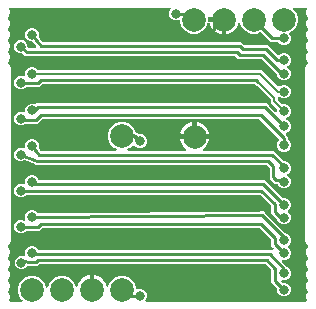
<source format=gbr>
G04 EAGLE Gerber RS-274X export*
G75*
%MOMM*%
%FSLAX34Y34*%
%LPD*%
%INBottom Copper*%
%IPPOS*%
%AMOC8*
5,1,8,0,0,1.08239X$1,22.5*%
G01*
%ADD10C,2.000000*%
%ADD11C,0.800100*%
%ADD12C,0.254000*%
%ADD13C,0.203200*%
%ADD14C,0.304800*%

G36*
X11400Y2545D02*
X11400Y2545D01*
X11429Y2542D01*
X11540Y2565D01*
X11652Y2581D01*
X11679Y2593D01*
X11708Y2598D01*
X11808Y2651D01*
X11912Y2697D01*
X11934Y2716D01*
X11960Y2729D01*
X12042Y2807D01*
X12129Y2880D01*
X12145Y2905D01*
X12166Y2925D01*
X12223Y3023D01*
X12286Y3117D01*
X12295Y3145D01*
X12310Y3170D01*
X12338Y3280D01*
X12372Y3388D01*
X12373Y3418D01*
X12380Y3446D01*
X12376Y3559D01*
X12379Y3672D01*
X12372Y3701D01*
X12371Y3730D01*
X12336Y3838D01*
X12307Y3947D01*
X12292Y3973D01*
X12283Y4001D01*
X12238Y4064D01*
X12162Y4192D01*
X12117Y4235D01*
X12089Y4274D01*
X10334Y6028D01*
X8541Y10357D01*
X8541Y15043D01*
X10335Y19372D01*
X13648Y22685D01*
X17977Y24479D01*
X22663Y24479D01*
X26992Y22685D01*
X30305Y19372D01*
X32082Y15083D01*
X32097Y15058D01*
X32106Y15030D01*
X32169Y14936D01*
X32227Y14838D01*
X32248Y14818D01*
X32264Y14794D01*
X32351Y14721D01*
X32433Y14643D01*
X32459Y14630D01*
X32482Y14611D01*
X32585Y14565D01*
X32686Y14513D01*
X32715Y14507D01*
X32742Y14495D01*
X32854Y14480D01*
X32965Y14458D01*
X32994Y14461D01*
X33023Y14456D01*
X33135Y14473D01*
X33248Y14482D01*
X33275Y14493D01*
X33304Y14497D01*
X33408Y14544D01*
X33513Y14584D01*
X33537Y14602D01*
X33564Y14614D01*
X33650Y14688D01*
X33740Y14756D01*
X33758Y14780D01*
X33780Y14799D01*
X33822Y14865D01*
X33910Y14984D01*
X33932Y15042D01*
X33958Y15083D01*
X35735Y19372D01*
X39048Y22685D01*
X43377Y24479D01*
X48063Y24479D01*
X52392Y22685D01*
X55705Y19372D01*
X57116Y15967D01*
X57151Y15907D01*
X57177Y15843D01*
X57223Y15785D01*
X57261Y15722D01*
X57311Y15674D01*
X57354Y15620D01*
X57414Y15577D01*
X57467Y15527D01*
X57529Y15495D01*
X57585Y15455D01*
X57655Y15430D01*
X57720Y15397D01*
X57788Y15383D01*
X57853Y15360D01*
X57927Y15356D01*
X57999Y15341D01*
X58068Y15347D01*
X58137Y15343D01*
X58209Y15360D01*
X58282Y15366D01*
X58347Y15391D01*
X58414Y15406D01*
X58479Y15442D01*
X58547Y15468D01*
X58603Y15510D01*
X58663Y15543D01*
X58715Y15595D01*
X58774Y15640D01*
X58816Y15695D01*
X58865Y15744D01*
X58893Y15799D01*
X58944Y15867D01*
X58985Y15975D01*
X59020Y16042D01*
X59498Y17514D01*
X60394Y19273D01*
X61555Y20870D01*
X62950Y22265D01*
X64547Y23426D01*
X66306Y24322D01*
X68183Y24932D01*
X69089Y25075D01*
X69089Y13716D01*
X69097Y13658D01*
X69095Y13600D01*
X69117Y13518D01*
X69129Y13435D01*
X69153Y13381D01*
X69167Y13325D01*
X69210Y13252D01*
X69245Y13175D01*
X69283Y13131D01*
X69313Y13080D01*
X69374Y13023D01*
X69429Y12958D01*
X69477Y12926D01*
X69520Y12886D01*
X69595Y12847D01*
X69665Y12801D01*
X69721Y12783D01*
X69773Y12756D01*
X69841Y12745D01*
X69936Y12715D01*
X70036Y12712D01*
X70104Y12701D01*
X72136Y12701D01*
X72194Y12709D01*
X72252Y12708D01*
X72334Y12729D01*
X72417Y12741D01*
X72471Y12765D01*
X72527Y12779D01*
X72600Y12822D01*
X72677Y12857D01*
X72721Y12895D01*
X72772Y12925D01*
X72829Y12986D01*
X72894Y13041D01*
X72926Y13089D01*
X72966Y13132D01*
X73005Y13207D01*
X73051Y13277D01*
X73069Y13333D01*
X73096Y13385D01*
X73107Y13453D01*
X73137Y13548D01*
X73140Y13648D01*
X73151Y13716D01*
X73151Y25075D01*
X74057Y24932D01*
X75934Y24322D01*
X77693Y23426D01*
X79290Y22265D01*
X80685Y20870D01*
X81846Y19273D01*
X82742Y17514D01*
X83220Y16042D01*
X83251Y15979D01*
X83272Y15914D01*
X83313Y15852D01*
X83345Y15786D01*
X83392Y15735D01*
X83430Y15677D01*
X83486Y15630D01*
X83536Y15575D01*
X83595Y15539D01*
X83648Y15494D01*
X83715Y15465D01*
X83778Y15426D01*
X83844Y15407D01*
X83907Y15379D01*
X83980Y15369D01*
X84051Y15349D01*
X84121Y15349D01*
X84189Y15340D01*
X84262Y15351D01*
X84336Y15351D01*
X84402Y15371D01*
X84470Y15381D01*
X84537Y15411D01*
X84608Y15432D01*
X84667Y15469D01*
X84730Y15498D01*
X84786Y15545D01*
X84848Y15585D01*
X84893Y15637D01*
X84946Y15682D01*
X84979Y15735D01*
X85035Y15799D01*
X85084Y15903D01*
X85124Y15967D01*
X86535Y19372D01*
X89848Y22685D01*
X94177Y24479D01*
X98863Y24479D01*
X103192Y22685D01*
X106505Y19372D01*
X108299Y15043D01*
X108299Y13961D01*
X108315Y13847D01*
X108325Y13733D01*
X108335Y13707D01*
X108339Y13680D01*
X108386Y13575D01*
X108427Y13468D01*
X108443Y13446D01*
X108455Y13420D01*
X108529Y13333D01*
X108598Y13241D01*
X108621Y13224D01*
X108638Y13203D01*
X108734Y13140D01*
X108826Y13071D01*
X108852Y13061D01*
X108875Y13046D01*
X108985Y13011D01*
X109092Y12970D01*
X109120Y12968D01*
X109146Y12960D01*
X109261Y12957D01*
X109375Y12948D01*
X109400Y12953D01*
X109430Y12953D01*
X109687Y13020D01*
X109703Y13023D01*
X110610Y13399D01*
X112910Y13399D01*
X115034Y12519D01*
X116659Y10894D01*
X117539Y8770D01*
X117539Y6470D01*
X116659Y4346D01*
X116587Y4274D01*
X116569Y4250D01*
X116547Y4231D01*
X116484Y4137D01*
X116416Y4047D01*
X116406Y4019D01*
X116389Y3995D01*
X116355Y3887D01*
X116315Y3781D01*
X116312Y3752D01*
X116304Y3724D01*
X116301Y3611D01*
X116291Y3498D01*
X116297Y3469D01*
X116296Y3440D01*
X116325Y3330D01*
X116347Y3219D01*
X116361Y3193D01*
X116368Y3165D01*
X116426Y3067D01*
X116478Y2967D01*
X116498Y2945D01*
X116513Y2920D01*
X116596Y2843D01*
X116674Y2761D01*
X116699Y2746D01*
X116721Y2726D01*
X116822Y2674D01*
X116919Y2617D01*
X116948Y2610D01*
X116974Y2596D01*
X117051Y2583D01*
X117195Y2547D01*
X117257Y2549D01*
X117305Y2541D01*
X251871Y2541D01*
X251985Y2557D01*
X252099Y2567D01*
X252125Y2577D01*
X252153Y2581D01*
X252258Y2628D01*
X252365Y2669D01*
X252387Y2685D01*
X252412Y2697D01*
X252500Y2771D01*
X252591Y2840D01*
X252608Y2863D01*
X252629Y2880D01*
X252693Y2976D01*
X252762Y3068D01*
X252771Y3094D01*
X252787Y3117D01*
X252821Y3227D01*
X252862Y3334D01*
X252864Y3362D01*
X252872Y3388D01*
X252875Y3503D01*
X252885Y3617D01*
X252879Y3642D01*
X252880Y3672D01*
X252813Y3929D01*
X252809Y3945D01*
X252269Y5248D01*
X252269Y7452D01*
X253113Y9489D01*
X254019Y10395D01*
X254054Y10441D01*
X254096Y10482D01*
X254139Y10554D01*
X254190Y10622D01*
X254211Y10676D01*
X254240Y10727D01*
X254261Y10808D01*
X254291Y10887D01*
X254296Y10946D01*
X254310Y11002D01*
X254308Y11087D01*
X254315Y11171D01*
X254303Y11228D01*
X254301Y11287D01*
X254275Y11367D01*
X254259Y11449D01*
X254232Y11501D01*
X254214Y11557D01*
X254174Y11613D01*
X254128Y11702D01*
X254059Y11774D01*
X254019Y11830D01*
X253113Y12736D01*
X252269Y14773D01*
X252269Y16977D01*
X253113Y19014D01*
X254019Y19920D01*
X254054Y19966D01*
X254096Y20007D01*
X254139Y20080D01*
X254190Y20147D01*
X254211Y20201D01*
X254240Y20252D01*
X254261Y20334D01*
X254291Y20412D01*
X254296Y20471D01*
X254310Y20527D01*
X254308Y20612D01*
X254315Y20696D01*
X254303Y20753D01*
X254301Y20812D01*
X254275Y20892D01*
X254259Y20975D01*
X254232Y21026D01*
X254214Y21082D01*
X254174Y21138D01*
X254128Y21227D01*
X254059Y21299D01*
X254019Y21355D01*
X253113Y22261D01*
X252269Y24298D01*
X252269Y26502D01*
X253113Y28539D01*
X254019Y29445D01*
X254054Y29491D01*
X254096Y29532D01*
X254139Y29605D01*
X254190Y29672D01*
X254211Y29726D01*
X254240Y29777D01*
X254261Y29859D01*
X254291Y29937D01*
X254296Y29996D01*
X254310Y30052D01*
X254308Y30137D01*
X254315Y30221D01*
X254303Y30278D01*
X254301Y30337D01*
X254275Y30417D01*
X254259Y30500D01*
X254232Y30551D01*
X254214Y30607D01*
X254174Y30663D01*
X254128Y30752D01*
X254059Y30824D01*
X254019Y30880D01*
X253113Y31786D01*
X252269Y33823D01*
X252269Y36027D01*
X253113Y38064D01*
X254019Y38970D01*
X254054Y39016D01*
X254096Y39057D01*
X254139Y39130D01*
X254190Y39197D01*
X254211Y39251D01*
X254240Y39302D01*
X254261Y39384D01*
X254291Y39462D01*
X254296Y39521D01*
X254310Y39577D01*
X254308Y39662D01*
X254315Y39746D01*
X254303Y39803D01*
X254301Y39862D01*
X254275Y39942D01*
X254259Y40025D01*
X254232Y40076D01*
X254214Y40132D01*
X254174Y40188D01*
X254128Y40277D01*
X254059Y40349D01*
X254019Y40405D01*
X253113Y41311D01*
X252269Y43348D01*
X252269Y45552D01*
X253113Y47589D01*
X254039Y48515D01*
X254069Y48554D01*
X254105Y48587D01*
X254154Y48667D01*
X254210Y48742D01*
X254227Y48788D01*
X254253Y48829D01*
X254278Y48920D01*
X254311Y49008D01*
X254315Y49056D01*
X254328Y49103D01*
X254327Y49198D01*
X254335Y49291D01*
X254325Y49339D01*
X254325Y49388D01*
X254297Y49478D01*
X254279Y49570D01*
X254257Y49613D01*
X254242Y49660D01*
X254191Y49739D01*
X254148Y49822D01*
X254114Y49858D01*
X254088Y49898D01*
X254031Y49946D01*
X253952Y50028D01*
X253910Y50053D01*
X253889Y50073D01*
X253857Y50089D01*
X253829Y50112D01*
X253501Y50301D01*
X251459Y53838D01*
X251459Y200162D01*
X253501Y203699D01*
X253829Y203888D01*
X253867Y203918D01*
X253911Y203940D01*
X253979Y204005D01*
X254053Y204063D01*
X254081Y204103D01*
X254117Y204136D01*
X254164Y204217D01*
X254219Y204294D01*
X254236Y204339D01*
X254260Y204382D01*
X254284Y204473D01*
X254315Y204561D01*
X254319Y204610D01*
X254331Y204657D01*
X254328Y204751D01*
X254334Y204845D01*
X254323Y204893D01*
X254322Y204941D01*
X254293Y205031D01*
X254272Y205122D01*
X254249Y205165D01*
X254234Y205212D01*
X254191Y205272D01*
X254137Y205372D01*
X254076Y205434D01*
X254039Y205485D01*
X253113Y206411D01*
X252269Y208448D01*
X252269Y210652D01*
X253113Y212689D01*
X254019Y213595D01*
X254054Y213641D01*
X254096Y213682D01*
X254139Y213754D01*
X254190Y213822D01*
X254211Y213876D01*
X254240Y213927D01*
X254261Y214008D01*
X254291Y214087D01*
X254296Y214146D01*
X254310Y214202D01*
X254308Y214287D01*
X254315Y214371D01*
X254303Y214428D01*
X254301Y214487D01*
X254275Y214567D01*
X254259Y214649D01*
X254232Y214701D01*
X254214Y214757D01*
X254174Y214813D01*
X254128Y214902D01*
X254059Y214974D01*
X254019Y215030D01*
X253113Y215936D01*
X252269Y217973D01*
X252269Y220177D01*
X253113Y222214D01*
X254019Y223120D01*
X254054Y223166D01*
X254096Y223207D01*
X254139Y223280D01*
X254190Y223347D01*
X254211Y223401D01*
X254240Y223452D01*
X254261Y223534D01*
X254291Y223612D01*
X254296Y223671D01*
X254310Y223727D01*
X254308Y223812D01*
X254315Y223896D01*
X254303Y223953D01*
X254301Y224012D01*
X254275Y224092D01*
X254259Y224175D01*
X254232Y224226D01*
X254214Y224282D01*
X254174Y224338D01*
X254128Y224427D01*
X254077Y224480D01*
X254065Y224501D01*
X254043Y224521D01*
X254019Y224555D01*
X253113Y225461D01*
X252269Y227498D01*
X252269Y229702D01*
X253113Y231739D01*
X254019Y232645D01*
X254054Y232691D01*
X254096Y232732D01*
X254139Y232805D01*
X254190Y232872D01*
X254211Y232926D01*
X254240Y232977D01*
X254261Y233059D01*
X254291Y233137D01*
X254296Y233196D01*
X254310Y233252D01*
X254308Y233337D01*
X254315Y233421D01*
X254303Y233478D01*
X254301Y233537D01*
X254275Y233617D01*
X254259Y233700D01*
X254232Y233751D01*
X254214Y233807D01*
X254174Y233863D01*
X254128Y233952D01*
X254059Y234024D01*
X254019Y234080D01*
X253113Y234986D01*
X252269Y237023D01*
X252269Y239227D01*
X253113Y241264D01*
X254019Y242170D01*
X254054Y242216D01*
X254096Y242257D01*
X254139Y242330D01*
X254190Y242397D01*
X254211Y242451D01*
X254240Y242502D01*
X254261Y242584D01*
X254291Y242662D01*
X254296Y242721D01*
X254310Y242777D01*
X254308Y242862D01*
X254315Y242946D01*
X254303Y243003D01*
X254301Y243062D01*
X254275Y243142D01*
X254259Y243225D01*
X254232Y243276D01*
X254214Y243332D01*
X254174Y243388D01*
X254128Y243477D01*
X254059Y243549D01*
X254019Y243605D01*
X253113Y244511D01*
X252269Y246548D01*
X252269Y248752D01*
X252809Y250055D01*
X252838Y250167D01*
X252872Y250276D01*
X252873Y250304D01*
X252880Y250331D01*
X252877Y250445D01*
X252880Y250560D01*
X252873Y250587D01*
X252872Y250615D01*
X252837Y250724D01*
X252808Y250835D01*
X252794Y250859D01*
X252785Y250886D01*
X252721Y250981D01*
X252663Y251080D01*
X252643Y251099D01*
X252627Y251122D01*
X252539Y251196D01*
X252455Y251274D01*
X252431Y251287D01*
X252409Y251305D01*
X252305Y251351D01*
X252202Y251404D01*
X252178Y251408D01*
X252150Y251420D01*
X251886Y251457D01*
X251871Y251459D01*
X242629Y251459D01*
X242600Y251455D01*
X242571Y251458D01*
X242460Y251435D01*
X242348Y251419D01*
X242321Y251407D01*
X242292Y251402D01*
X242192Y251349D01*
X242088Y251303D01*
X242066Y251284D01*
X242040Y251271D01*
X241958Y251193D01*
X241871Y251120D01*
X241855Y251095D01*
X241834Y251075D01*
X241777Y250977D01*
X241714Y250883D01*
X241705Y250855D01*
X241690Y250830D01*
X241662Y250720D01*
X241628Y250612D01*
X241627Y250582D01*
X241620Y250554D01*
X241624Y250441D01*
X241621Y250328D01*
X241628Y250299D01*
X241629Y250270D01*
X241664Y250162D01*
X241693Y250053D01*
X241708Y250027D01*
X241717Y249999D01*
X241762Y249936D01*
X241838Y249808D01*
X241883Y249765D01*
X241911Y249726D01*
X243666Y247972D01*
X245459Y243643D01*
X245459Y238957D01*
X243665Y234628D01*
X240352Y231314D01*
X238653Y230611D01*
X238554Y230552D01*
X238452Y230499D01*
X238432Y230480D01*
X238408Y230466D01*
X238329Y230383D01*
X238246Y230303D01*
X238232Y230279D01*
X238213Y230259D01*
X238160Y230158D01*
X238102Y230058D01*
X238095Y230031D01*
X238082Y230007D01*
X238060Y229894D01*
X238032Y229783D01*
X238033Y229755D01*
X238027Y229728D01*
X238037Y229614D01*
X238041Y229499D01*
X238050Y229472D01*
X238052Y229445D01*
X238093Y229338D01*
X238128Y229228D01*
X238143Y229208D01*
X238154Y229179D01*
X238315Y228967D01*
X238323Y228955D01*
X238579Y228699D01*
X239459Y226575D01*
X239459Y224275D01*
X238579Y222151D01*
X236954Y220526D01*
X234830Y219646D01*
X232530Y219646D01*
X230406Y220526D01*
X228763Y222169D01*
X228719Y222202D01*
X228680Y222243D01*
X228606Y222287D01*
X228536Y222340D01*
X228484Y222360D01*
X228436Y222388D01*
X228367Y222404D01*
X228270Y222441D01*
X228174Y222449D01*
X228109Y222464D01*
X223448Y222755D01*
X223413Y222753D01*
X223385Y222757D01*
X222069Y222757D01*
X222060Y222761D01*
X222011Y222790D01*
X221998Y222793D01*
X221133Y223774D01*
X221106Y223797D01*
X221089Y223820D01*
X214472Y230437D01*
X214471Y230438D01*
X214470Y230439D01*
X214352Y230527D01*
X214245Y230608D01*
X214243Y230609D01*
X214242Y230610D01*
X214108Y230660D01*
X213979Y230709D01*
X213978Y230709D01*
X213976Y230710D01*
X213832Y230722D01*
X213696Y230733D01*
X213694Y230733D01*
X213693Y230733D01*
X213677Y230729D01*
X213417Y230677D01*
X213390Y230663D01*
X213366Y230657D01*
X210623Y229521D01*
X205937Y229521D01*
X201608Y231315D01*
X198295Y234628D01*
X196884Y238033D01*
X196849Y238093D01*
X196823Y238157D01*
X196777Y238215D01*
X196739Y238278D01*
X196689Y238326D01*
X196646Y238380D01*
X196586Y238423D01*
X196533Y238473D01*
X196471Y238505D01*
X196415Y238545D01*
X196345Y238570D01*
X196280Y238603D01*
X196212Y238617D01*
X196147Y238640D01*
X196073Y238644D01*
X196001Y238659D01*
X195932Y238653D01*
X195863Y238657D01*
X195791Y238640D01*
X195718Y238634D01*
X195653Y238609D01*
X195586Y238594D01*
X195521Y238558D01*
X195453Y238532D01*
X195397Y238490D01*
X195337Y238457D01*
X195285Y238405D01*
X195226Y238360D01*
X195184Y238305D01*
X195135Y238256D01*
X195107Y238201D01*
X195056Y238133D01*
X195015Y238025D01*
X194980Y237958D01*
X194502Y236486D01*
X193606Y234727D01*
X192445Y233130D01*
X191050Y231735D01*
X189453Y230574D01*
X187694Y229678D01*
X185817Y229068D01*
X184911Y228925D01*
X184911Y240284D01*
X184903Y240342D01*
X184904Y240400D01*
X184883Y240482D01*
X184871Y240565D01*
X184847Y240619D01*
X184833Y240675D01*
X184790Y240748D01*
X184755Y240825D01*
X184717Y240869D01*
X184687Y240920D01*
X184626Y240977D01*
X184571Y241042D01*
X184523Y241074D01*
X184480Y241114D01*
X184405Y241153D01*
X184335Y241199D01*
X184279Y241217D01*
X184227Y241244D01*
X184159Y241255D01*
X184064Y241285D01*
X183964Y241288D01*
X183896Y241299D01*
X182879Y241299D01*
X182879Y242316D01*
X182871Y242374D01*
X182872Y242432D01*
X182851Y242514D01*
X182839Y242597D01*
X182815Y242651D01*
X182801Y242707D01*
X182758Y242780D01*
X182723Y242857D01*
X182685Y242901D01*
X182655Y242952D01*
X182594Y243009D01*
X182539Y243074D01*
X182491Y243106D01*
X182448Y243146D01*
X182373Y243185D01*
X182303Y243231D01*
X182247Y243249D01*
X182195Y243276D01*
X182127Y243287D01*
X182032Y243317D01*
X181932Y243320D01*
X181864Y243331D01*
X170274Y243331D01*
X170216Y243323D01*
X170158Y243324D01*
X170076Y243303D01*
X169992Y243291D01*
X169939Y243267D01*
X169883Y243253D01*
X169810Y243210D01*
X169733Y243175D01*
X169688Y243137D01*
X169638Y243107D01*
X169580Y243046D01*
X169516Y242991D01*
X169484Y242943D01*
X169444Y242900D01*
X169405Y242825D01*
X169358Y242755D01*
X169341Y242699D01*
X169314Y242647D01*
X169303Y242579D01*
X169273Y242484D01*
X169270Y242384D01*
X169259Y242316D01*
X169259Y240284D01*
X169267Y240226D01*
X169265Y240168D01*
X169287Y240086D01*
X169299Y240003D01*
X169322Y239949D01*
X169337Y239893D01*
X169380Y239820D01*
X169415Y239743D01*
X169453Y239698D01*
X169482Y239648D01*
X169544Y239590D01*
X169598Y239526D01*
X169647Y239494D01*
X169690Y239454D01*
X169765Y239415D01*
X169835Y239369D01*
X169891Y239351D01*
X169943Y239324D01*
X170011Y239313D01*
X170106Y239283D01*
X170206Y239280D01*
X170274Y239269D01*
X180849Y239269D01*
X180849Y228925D01*
X179943Y229068D01*
X178066Y229678D01*
X176307Y230574D01*
X174710Y231735D01*
X173315Y233130D01*
X172154Y234727D01*
X171258Y236486D01*
X170780Y237959D01*
X170749Y238021D01*
X170728Y238087D01*
X170687Y238148D01*
X170655Y238214D01*
X170608Y238265D01*
X170570Y238323D01*
X170513Y238370D01*
X170464Y238425D01*
X170405Y238461D01*
X170352Y238506D01*
X170285Y238536D01*
X170222Y238574D01*
X170156Y238593D01*
X170093Y238621D01*
X170020Y238631D01*
X169949Y238651D01*
X169879Y238651D01*
X169811Y238660D01*
X169738Y238650D01*
X169664Y238649D01*
X169598Y238629D01*
X169530Y238619D01*
X169463Y238589D01*
X169392Y238568D01*
X169333Y238531D01*
X169270Y238502D01*
X169214Y238455D01*
X169152Y238415D01*
X169107Y238363D01*
X169054Y238318D01*
X169021Y238265D01*
X168965Y238201D01*
X168916Y238097D01*
X168876Y238033D01*
X167465Y234628D01*
X164152Y231315D01*
X159823Y229521D01*
X155137Y229521D01*
X150808Y231315D01*
X147495Y234628D01*
X145701Y238957D01*
X145701Y240039D01*
X145685Y240153D01*
X145675Y240267D01*
X145665Y240293D01*
X145661Y240320D01*
X145614Y240425D01*
X145573Y240532D01*
X145557Y240554D01*
X145545Y240580D01*
X145471Y240667D01*
X145402Y240759D01*
X145379Y240776D01*
X145362Y240797D01*
X145266Y240860D01*
X145174Y240929D01*
X145148Y240939D01*
X145125Y240954D01*
X145015Y240989D01*
X144908Y241030D01*
X144880Y241032D01*
X144854Y241040D01*
X144739Y241043D01*
X144625Y241052D01*
X144600Y241047D01*
X144570Y241047D01*
X144313Y240980D01*
X144297Y240977D01*
X143390Y240601D01*
X141090Y240601D01*
X138966Y241481D01*
X137341Y243106D01*
X136461Y245230D01*
X136461Y247530D01*
X137341Y249654D01*
X137413Y249726D01*
X137431Y249750D01*
X137453Y249769D01*
X137516Y249863D01*
X137584Y249953D01*
X137594Y249981D01*
X137611Y250005D01*
X137645Y250113D01*
X137685Y250219D01*
X137688Y250248D01*
X137696Y250276D01*
X137699Y250389D01*
X137709Y250502D01*
X137703Y250531D01*
X137704Y250560D01*
X137675Y250670D01*
X137653Y250781D01*
X137639Y250807D01*
X137632Y250835D01*
X137574Y250933D01*
X137522Y251033D01*
X137502Y251055D01*
X137487Y251080D01*
X137404Y251157D01*
X137326Y251239D01*
X137301Y251254D01*
X137279Y251274D01*
X137178Y251326D01*
X137081Y251383D01*
X137052Y251390D01*
X137026Y251404D01*
X136949Y251417D01*
X136805Y251453D01*
X136743Y251451D01*
X136695Y251459D01*
X2129Y251459D01*
X2015Y251443D01*
X1901Y251433D01*
X1875Y251423D01*
X1847Y251419D01*
X1742Y251372D01*
X1635Y251331D01*
X1613Y251315D01*
X1588Y251303D01*
X1500Y251229D01*
X1409Y251160D01*
X1392Y251137D01*
X1371Y251120D01*
X1307Y251024D01*
X1238Y250932D01*
X1229Y250906D01*
X1213Y250883D01*
X1179Y250773D01*
X1138Y250666D01*
X1136Y250638D01*
X1128Y250612D01*
X1125Y250497D01*
X1115Y250383D01*
X1121Y250358D01*
X1120Y250328D01*
X1187Y250071D01*
X1191Y250055D01*
X1731Y248752D01*
X1731Y246548D01*
X887Y244511D01*
X-19Y243605D01*
X-54Y243559D01*
X-96Y243518D01*
X-139Y243446D01*
X-190Y243378D01*
X-211Y243324D01*
X-240Y243273D01*
X-261Y243192D01*
X-291Y243113D01*
X-296Y243054D01*
X-310Y242998D01*
X-308Y242913D01*
X-315Y242829D01*
X-303Y242772D01*
X-301Y242713D01*
X-275Y242633D01*
X-259Y242551D01*
X-232Y242499D01*
X-214Y242443D01*
X-174Y242387D01*
X-128Y242298D01*
X-59Y242226D01*
X-19Y242170D01*
X887Y241264D01*
X1731Y239227D01*
X1731Y237023D01*
X887Y234986D01*
X-19Y234080D01*
X-54Y234034D01*
X-96Y233993D01*
X-139Y233920D01*
X-190Y233853D01*
X-211Y233799D01*
X-240Y233748D01*
X-261Y233666D01*
X-291Y233588D01*
X-296Y233529D01*
X-310Y233473D01*
X-308Y233388D01*
X-315Y233304D01*
X-303Y233247D01*
X-301Y233188D01*
X-275Y233108D01*
X-259Y233025D01*
X-232Y232974D01*
X-214Y232918D01*
X-174Y232862D01*
X-128Y232773D01*
X-59Y232701D01*
X-19Y232645D01*
X887Y231739D01*
X1731Y229702D01*
X1731Y227498D01*
X887Y225461D01*
X-19Y224555D01*
X-28Y224544D01*
X-31Y224541D01*
X-41Y224526D01*
X-54Y224509D01*
X-96Y224468D01*
X-139Y224395D01*
X-190Y224328D01*
X-211Y224274D01*
X-240Y224223D01*
X-261Y224141D01*
X-291Y224063D01*
X-296Y224004D01*
X-310Y223948D01*
X-308Y223863D01*
X-315Y223779D01*
X-303Y223722D01*
X-301Y223663D01*
X-275Y223583D01*
X-259Y223500D01*
X-232Y223449D01*
X-214Y223393D01*
X-174Y223337D01*
X-128Y223248D01*
X-59Y223176D01*
X-19Y223120D01*
X887Y222214D01*
X1731Y220177D01*
X1731Y217973D01*
X887Y215936D01*
X-19Y215030D01*
X-54Y214984D01*
X-96Y214943D01*
X-139Y214870D01*
X-190Y214803D01*
X-211Y214749D01*
X-240Y214698D01*
X-261Y214616D01*
X-291Y214538D01*
X-296Y214479D01*
X-310Y214423D01*
X-308Y214338D01*
X-315Y214254D01*
X-303Y214197D01*
X-301Y214138D01*
X-275Y214058D01*
X-259Y213975D01*
X-232Y213924D01*
X-214Y213868D01*
X-174Y213812D01*
X-128Y213723D01*
X-59Y213651D01*
X-19Y213595D01*
X887Y212689D01*
X1731Y210652D01*
X1731Y208448D01*
X887Y206411D01*
X-39Y205485D01*
X-69Y205446D01*
X-105Y205413D01*
X-154Y205333D01*
X-210Y205258D01*
X-227Y205212D01*
X-253Y205171D01*
X-278Y205080D01*
X-311Y204992D01*
X-315Y204944D01*
X-328Y204897D01*
X-327Y204803D01*
X-335Y204709D01*
X-325Y204661D01*
X-325Y204612D01*
X-297Y204522D01*
X-279Y204430D01*
X-257Y204387D01*
X-242Y204340D01*
X-191Y204261D01*
X-148Y204178D01*
X-114Y204142D01*
X-88Y204102D01*
X-31Y204054D01*
X48Y203972D01*
X123Y203928D01*
X171Y203888D01*
X499Y203699D01*
X2541Y200162D01*
X2541Y53838D01*
X499Y50301D01*
X171Y50112D01*
X162Y50105D01*
X154Y50101D01*
X129Y50080D01*
X89Y50060D01*
X21Y49995D01*
X-53Y49937D01*
X-81Y49897D01*
X-117Y49864D01*
X-164Y49783D01*
X-219Y49706D01*
X-236Y49661D01*
X-260Y49618D01*
X-284Y49527D01*
X-315Y49439D01*
X-319Y49390D01*
X-331Y49343D01*
X-328Y49249D01*
X-334Y49155D01*
X-323Y49107D01*
X-322Y49059D01*
X-293Y48969D01*
X-272Y48878D01*
X-249Y48835D01*
X-234Y48788D01*
X-191Y48728D01*
X-137Y48628D01*
X-76Y48566D01*
X-39Y48515D01*
X887Y47589D01*
X1731Y45552D01*
X1731Y43348D01*
X887Y41311D01*
X-19Y40405D01*
X-54Y40359D01*
X-96Y40318D01*
X-139Y40246D01*
X-190Y40178D01*
X-211Y40124D01*
X-240Y40073D01*
X-261Y39992D01*
X-291Y39913D01*
X-296Y39854D01*
X-310Y39798D01*
X-308Y39713D01*
X-315Y39629D01*
X-303Y39572D01*
X-301Y39513D01*
X-275Y39433D01*
X-259Y39351D01*
X-232Y39299D01*
X-214Y39243D01*
X-174Y39187D01*
X-128Y39098D01*
X-59Y39026D01*
X-19Y38970D01*
X887Y38064D01*
X1731Y36027D01*
X1731Y33823D01*
X887Y31786D01*
X-19Y30880D01*
X-54Y30834D01*
X-96Y30793D01*
X-139Y30720D01*
X-190Y30653D01*
X-211Y30599D01*
X-240Y30548D01*
X-261Y30466D01*
X-291Y30388D01*
X-296Y30329D01*
X-310Y30273D01*
X-308Y30188D01*
X-315Y30104D01*
X-303Y30047D01*
X-301Y29988D01*
X-275Y29908D01*
X-259Y29825D01*
X-232Y29774D01*
X-214Y29718D01*
X-174Y29662D01*
X-128Y29573D01*
X-59Y29501D01*
X-19Y29445D01*
X887Y28539D01*
X1731Y26502D01*
X1731Y24298D01*
X887Y22261D01*
X-19Y21355D01*
X-54Y21309D01*
X-96Y21268D01*
X-139Y21195D01*
X-190Y21128D01*
X-211Y21074D01*
X-240Y21023D01*
X-261Y20941D01*
X-291Y20863D01*
X-296Y20804D01*
X-310Y20748D01*
X-308Y20663D01*
X-315Y20579D01*
X-303Y20522D01*
X-301Y20463D01*
X-275Y20383D01*
X-259Y20300D01*
X-232Y20249D01*
X-214Y20193D01*
X-174Y20137D01*
X-128Y20048D01*
X-59Y19976D01*
X-19Y19920D01*
X887Y19014D01*
X1731Y16977D01*
X1731Y14773D01*
X887Y12736D01*
X-19Y11830D01*
X-54Y11784D01*
X-96Y11743D01*
X-139Y11670D01*
X-190Y11603D01*
X-211Y11549D01*
X-240Y11498D01*
X-261Y11416D01*
X-291Y11338D01*
X-296Y11279D01*
X-310Y11223D01*
X-308Y11138D01*
X-315Y11054D01*
X-303Y10997D01*
X-301Y10938D01*
X-275Y10858D01*
X-259Y10775D01*
X-232Y10724D01*
X-214Y10668D01*
X-174Y10612D01*
X-128Y10523D01*
X-59Y10451D01*
X-19Y10395D01*
X887Y9489D01*
X1731Y7452D01*
X1731Y5248D01*
X1191Y3945D01*
X1162Y3833D01*
X1128Y3724D01*
X1127Y3696D01*
X1120Y3669D01*
X1123Y3555D01*
X1120Y3440D01*
X1127Y3413D01*
X1128Y3385D01*
X1163Y3276D01*
X1192Y3165D01*
X1206Y3141D01*
X1215Y3114D01*
X1279Y3019D01*
X1337Y2920D01*
X1357Y2901D01*
X1373Y2878D01*
X1461Y2804D01*
X1545Y2726D01*
X1569Y2713D01*
X1591Y2695D01*
X1695Y2649D01*
X1798Y2596D01*
X1822Y2592D01*
X1850Y2580D01*
X2114Y2543D01*
X2129Y2541D01*
X11371Y2541D01*
X11400Y2545D01*
G37*
%LPC*%
G36*
X232530Y6921D02*
X232530Y6921D01*
X230406Y7801D01*
X228781Y9426D01*
X227901Y11550D01*
X227901Y13388D01*
X227889Y13475D01*
X227886Y13562D01*
X227869Y13615D01*
X227861Y13669D01*
X227825Y13749D01*
X227798Y13832D01*
X227770Y13872D01*
X227745Y13929D01*
X227649Y14042D01*
X227603Y14106D01*
X222757Y18952D01*
X222757Y28917D01*
X222751Y28958D01*
X222754Y28999D01*
X222732Y29098D01*
X222717Y29198D01*
X222700Y29236D01*
X222691Y29277D01*
X222662Y29327D01*
X222662Y29329D01*
X222651Y29347D01*
X222601Y29458D01*
X222551Y29517D01*
X222522Y29567D01*
X218468Y34432D01*
X218369Y34521D01*
X218272Y34612D01*
X218264Y34617D01*
X218257Y34623D01*
X218137Y34681D01*
X218019Y34742D01*
X218010Y34743D01*
X218001Y34748D01*
X217721Y34797D01*
X217703Y34795D01*
X217688Y34797D01*
X27189Y34797D01*
X27102Y34785D01*
X27015Y34782D01*
X26962Y34765D01*
X26907Y34757D01*
X26827Y34722D01*
X26744Y34695D01*
X26705Y34667D01*
X26648Y34641D01*
X26534Y34545D01*
X26471Y34500D01*
X24863Y32892D01*
X20591Y32892D01*
X20555Y32887D01*
X20518Y32890D01*
X20414Y32867D01*
X20310Y32852D01*
X20276Y32837D01*
X20240Y32829D01*
X20172Y32791D01*
X20123Y32769D01*
X18936Y32887D01*
X18879Y32885D01*
X18835Y32892D01*
X17270Y32892D01*
X17256Y32894D01*
X17229Y32890D01*
X17201Y32892D01*
X17089Y32870D01*
X16975Y32853D01*
X16950Y32842D01*
X16923Y32837D01*
X16821Y32784D01*
X16716Y32736D01*
X16695Y32718D01*
X16670Y32706D01*
X16587Y32626D01*
X16499Y32552D01*
X16486Y32531D01*
X16464Y32510D01*
X16384Y32372D01*
X16346Y32316D01*
X16341Y32299D01*
X16338Y32295D01*
X14704Y30661D01*
X12580Y29781D01*
X10280Y29781D01*
X8156Y30661D01*
X6531Y32286D01*
X5651Y34410D01*
X5651Y36710D01*
X6531Y38834D01*
X8156Y40459D01*
X10280Y41339D01*
X12580Y41339D01*
X13346Y41022D01*
X13374Y41015D01*
X13400Y41001D01*
X13511Y40979D01*
X13621Y40951D01*
X13650Y40952D01*
X13679Y40946D01*
X13792Y40956D01*
X13905Y40959D01*
X13933Y40968D01*
X13962Y40971D01*
X14068Y41011D01*
X14176Y41046D01*
X14200Y41062D01*
X14228Y41073D01*
X14318Y41141D01*
X14412Y41204D01*
X14431Y41226D01*
X14454Y41244D01*
X14522Y41335D01*
X14595Y41422D01*
X14607Y41448D01*
X14624Y41472D01*
X14664Y41578D01*
X14710Y41681D01*
X14714Y41711D01*
X14725Y41738D01*
X14734Y41851D01*
X14749Y41963D01*
X14745Y41992D01*
X14748Y42021D01*
X14730Y42097D01*
X14709Y42244D01*
X14683Y42301D01*
X14672Y42348D01*
X14541Y42665D01*
X14541Y44965D01*
X15421Y47089D01*
X17046Y48714D01*
X19170Y49594D01*
X21470Y49594D01*
X23594Y48714D01*
X25227Y47081D01*
X25280Y46993D01*
X25355Y46865D01*
X25356Y46863D01*
X25357Y46862D01*
X25459Y46767D01*
X25562Y46670D01*
X25563Y46669D01*
X25565Y46668D01*
X25694Y46601D01*
X25815Y46539D01*
X25816Y46539D01*
X25818Y46538D01*
X25833Y46536D01*
X26094Y46484D01*
X26124Y46487D01*
X26149Y46483D01*
X220653Y46483D01*
X220701Y46490D01*
X220750Y46487D01*
X220841Y46509D01*
X220934Y46523D01*
X220979Y46542D01*
X221026Y46554D01*
X221074Y46583D01*
X222338Y46486D01*
X222381Y46489D01*
X222416Y46483D01*
X223890Y46483D01*
X223920Y46487D01*
X223949Y46484D01*
X224060Y46507D01*
X224172Y46523D01*
X224199Y46535D01*
X224228Y46540D01*
X224328Y46593D01*
X224431Y46639D01*
X224454Y46658D01*
X224480Y46671D01*
X224562Y46749D01*
X224648Y46822D01*
X224665Y46847D01*
X224686Y46867D01*
X224743Y46965D01*
X224806Y47059D01*
X224815Y47087D01*
X224830Y47112D01*
X224857Y47222D01*
X224892Y47330D01*
X224893Y47360D01*
X224900Y47388D01*
X224896Y47501D01*
X224899Y47614D01*
X224892Y47643D01*
X224891Y47672D01*
X224856Y47780D01*
X224827Y47889D01*
X224812Y47915D01*
X224803Y47943D01*
X224758Y48006D01*
X224682Y48134D01*
X224636Y48177D01*
X224608Y48216D01*
X222757Y50067D01*
X222757Y54726D01*
X222745Y54813D01*
X222742Y54900D01*
X222725Y54953D01*
X222717Y55008D01*
X222682Y55088D01*
X222655Y55171D01*
X222627Y55210D01*
X222601Y55267D01*
X222505Y55381D01*
X222460Y55444D01*
X212924Y64980D01*
X212855Y65032D01*
X212791Y65092D01*
X212741Y65118D01*
X212697Y65151D01*
X212615Y65182D01*
X212537Y65222D01*
X212490Y65230D01*
X212431Y65252D01*
X212284Y65264D01*
X212206Y65277D01*
X29729Y65277D01*
X29642Y65265D01*
X29555Y65262D01*
X29502Y65245D01*
X29447Y65237D01*
X29367Y65202D01*
X29284Y65175D01*
X29245Y65147D01*
X29188Y65121D01*
X29074Y65025D01*
X29011Y64980D01*
X26768Y62737D01*
X16086Y62737D01*
X15999Y62725D01*
X15912Y62722D01*
X15859Y62705D01*
X15804Y62697D01*
X15725Y62662D01*
X15641Y62635D01*
X15602Y62607D01*
X15545Y62581D01*
X15432Y62485D01*
X15368Y62440D01*
X14069Y61141D01*
X11945Y60261D01*
X9645Y60261D01*
X7521Y61141D01*
X5896Y62766D01*
X5016Y64890D01*
X5016Y67190D01*
X5896Y69314D01*
X7521Y70939D01*
X9645Y71819D01*
X11945Y71819D01*
X13477Y71184D01*
X13506Y71177D01*
X13532Y71164D01*
X13643Y71142D01*
X13752Y71113D01*
X13782Y71114D01*
X13811Y71109D01*
X13923Y71118D01*
X14037Y71122D01*
X14065Y71131D01*
X14094Y71133D01*
X14199Y71174D01*
X14307Y71208D01*
X14332Y71225D01*
X14359Y71235D01*
X14449Y71304D01*
X14543Y71367D01*
X14562Y71389D01*
X14586Y71407D01*
X14654Y71498D01*
X14726Y71584D01*
X14738Y71611D01*
X14756Y71634D01*
X14796Y71741D01*
X14842Y71844D01*
X14846Y71873D01*
X14856Y71900D01*
X14865Y72013D01*
X14881Y72126D01*
X14877Y72155D01*
X14879Y72184D01*
X14861Y72260D01*
X14840Y72407D01*
X14814Y72464D01*
X14804Y72511D01*
X14541Y73145D01*
X14541Y75445D01*
X15421Y77569D01*
X17046Y79194D01*
X19170Y80074D01*
X21470Y80074D01*
X23594Y79194D01*
X24859Y77929D01*
X24931Y77875D01*
X24998Y77813D01*
X25044Y77790D01*
X25086Y77759D01*
X25171Y77726D01*
X25252Y77685D01*
X25297Y77678D01*
X25351Y77657D01*
X25507Y77644D01*
X25583Y77632D01*
X213471Y78856D01*
X213550Y78868D01*
X215251Y78868D01*
X215254Y78868D01*
X215257Y78868D01*
X216624Y78877D01*
X217590Y77911D01*
X217593Y77908D01*
X217595Y77906D01*
X218814Y76702D01*
X218853Y76647D01*
X234751Y60750D01*
X235168Y60333D01*
X235193Y60314D01*
X235213Y60291D01*
X235279Y60249D01*
X235395Y60162D01*
X235456Y60139D01*
X235498Y60113D01*
X236954Y59509D01*
X238579Y57884D01*
X239459Y55760D01*
X239459Y53460D01*
X238579Y51336D01*
X237173Y49930D01*
X237165Y49920D01*
X237163Y49918D01*
X237157Y49909D01*
X237138Y49884D01*
X237096Y49843D01*
X237053Y49771D01*
X237003Y49703D01*
X236982Y49649D01*
X236952Y49598D01*
X236931Y49517D01*
X236901Y49438D01*
X236896Y49379D01*
X236882Y49323D01*
X236885Y49238D01*
X236878Y49154D01*
X236889Y49097D01*
X236891Y49038D01*
X236917Y48958D01*
X236934Y48876D01*
X236961Y48824D01*
X236979Y48768D01*
X237019Y48712D01*
X237065Y48623D01*
X237133Y48551D01*
X237173Y48495D01*
X238579Y47089D01*
X239459Y44965D01*
X239459Y42665D01*
X238579Y40541D01*
X236954Y38916D01*
X234830Y38036D01*
X233217Y38036D01*
X233086Y38017D01*
X232954Y38001D01*
X232945Y37997D01*
X232935Y37996D01*
X232815Y37942D01*
X232692Y37890D01*
X232685Y37884D01*
X232676Y37880D01*
X232575Y37794D01*
X232472Y37711D01*
X232466Y37702D01*
X232459Y37696D01*
X232385Y37585D01*
X232310Y37477D01*
X232307Y37468D01*
X232301Y37459D01*
X232261Y37332D01*
X232219Y37208D01*
X232218Y37198D01*
X232215Y37188D01*
X232212Y37055D01*
X232206Y36924D01*
X232208Y36914D01*
X232208Y36904D01*
X232241Y36776D01*
X232273Y36647D01*
X232277Y36640D01*
X232280Y36629D01*
X232425Y36385D01*
X232438Y36373D01*
X232446Y36360D01*
X236080Y32120D01*
X236113Y32091D01*
X236133Y32063D01*
X236252Y31944D01*
X236277Y31925D01*
X236297Y31901D01*
X236364Y31860D01*
X236479Y31773D01*
X236540Y31750D01*
X236582Y31724D01*
X236954Y31569D01*
X238579Y29944D01*
X239459Y27820D01*
X239459Y25520D01*
X238579Y23396D01*
X236954Y21771D01*
X234830Y20891D01*
X232611Y20891D01*
X232582Y20887D01*
X232553Y20889D01*
X232442Y20867D01*
X232330Y20851D01*
X232303Y20839D01*
X232274Y20833D01*
X232173Y20781D01*
X232070Y20735D01*
X232048Y20716D01*
X232022Y20702D01*
X231940Y20624D01*
X231853Y20551D01*
X231837Y20527D01*
X231816Y20506D01*
X231758Y20409D01*
X231696Y20314D01*
X231687Y20286D01*
X231672Y20261D01*
X231644Y20151D01*
X231610Y20043D01*
X231609Y20014D01*
X231602Y19986D01*
X231605Y19872D01*
X231602Y19759D01*
X231610Y19731D01*
X231611Y19701D01*
X231646Y19593D01*
X231674Y19484D01*
X231689Y19459D01*
X231698Y19431D01*
X231744Y19367D01*
X231820Y19240D01*
X231865Y19197D01*
X231893Y19158D01*
X232274Y18777D01*
X232344Y18724D01*
X232408Y18664D01*
X232457Y18639D01*
X232501Y18606D01*
X232583Y18575D01*
X232661Y18535D01*
X232709Y18527D01*
X232767Y18504D01*
X232915Y18492D01*
X232992Y18479D01*
X234830Y18479D01*
X236954Y17599D01*
X238579Y15974D01*
X239459Y13850D01*
X239459Y11550D01*
X238579Y9426D01*
X236954Y7801D01*
X234830Y6921D01*
X232530Y6921D01*
G37*
%LPD*%
%LPC*%
G36*
X232530Y129476D02*
X232530Y129476D01*
X230406Y130356D01*
X228781Y131981D01*
X227901Y134105D01*
X227901Y136405D01*
X228781Y138529D01*
X229398Y139146D01*
X229433Y139193D01*
X229475Y139233D01*
X229518Y139305D01*
X229569Y139373D01*
X229589Y139428D01*
X229619Y139478D01*
X229640Y139560D01*
X229670Y139639D01*
X229675Y139697D01*
X229689Y139754D01*
X229686Y139838D01*
X229693Y139922D01*
X229682Y139979D01*
X229680Y140038D01*
X229654Y140118D01*
X229638Y140201D01*
X229611Y140253D01*
X229593Y140308D01*
X229553Y140364D01*
X229507Y140453D01*
X229438Y140525D01*
X229398Y140582D01*
X212924Y157055D01*
X212854Y157107D01*
X212791Y157167D01*
X212741Y157193D01*
X212697Y157226D01*
X212615Y157257D01*
X212537Y157297D01*
X212490Y157305D01*
X212431Y157327D01*
X212284Y157339D01*
X212206Y157352D01*
X29729Y157352D01*
X29642Y157340D01*
X29555Y157337D01*
X29502Y157320D01*
X29447Y157312D01*
X29367Y157277D01*
X29284Y157250D01*
X29245Y157222D01*
X29188Y157196D01*
X29074Y157100D01*
X29011Y157055D01*
X24863Y152907D01*
X14816Y152907D01*
X14729Y152895D01*
X14642Y152892D01*
X14589Y152875D01*
X14534Y152867D01*
X14455Y152832D01*
X14371Y152805D01*
X14332Y152777D01*
X14275Y152751D01*
X14162Y152655D01*
X14098Y152610D01*
X14069Y152581D01*
X11945Y151701D01*
X9645Y151701D01*
X7521Y152581D01*
X5896Y154206D01*
X5016Y156330D01*
X5016Y158630D01*
X5896Y160754D01*
X7521Y162379D01*
X9645Y163259D01*
X11945Y163259D01*
X13137Y162765D01*
X13248Y162737D01*
X13358Y162702D01*
X13385Y162701D01*
X13412Y162694D01*
X13527Y162698D01*
X13642Y162695D01*
X13669Y162702D01*
X13696Y162703D01*
X13806Y162738D01*
X13917Y162767D01*
X13941Y162781D01*
X13967Y162789D01*
X14063Y162853D01*
X14161Y162912D01*
X14180Y162932D01*
X14203Y162947D01*
X14277Y163035D01*
X14356Y163119D01*
X14369Y163144D01*
X14386Y163165D01*
X14433Y163270D01*
X14485Y163372D01*
X14489Y163397D01*
X14502Y163425D01*
X14538Y163688D01*
X14541Y163703D01*
X14541Y165615D01*
X15421Y167739D01*
X17046Y169364D01*
X19170Y170244D01*
X21470Y170244D01*
X22610Y169772D01*
X22611Y169772D01*
X22613Y169771D01*
X22747Y169737D01*
X22885Y169701D01*
X22887Y169701D01*
X22888Y169701D01*
X23029Y169705D01*
X23169Y169709D01*
X23171Y169710D01*
X23172Y169710D01*
X23305Y169753D01*
X23440Y169796D01*
X23441Y169797D01*
X23443Y169797D01*
X23455Y169806D01*
X23676Y169954D01*
X23696Y169978D01*
X23716Y169992D01*
X24032Y170308D01*
X219173Y170308D01*
X221405Y168076D01*
X226168Y163313D01*
X226191Y163295D01*
X226210Y163273D01*
X226304Y163210D01*
X226395Y163142D01*
X226422Y163132D01*
X226447Y163116D01*
X226555Y163081D01*
X226660Y163041D01*
X226690Y163039D01*
X226718Y163030D01*
X226831Y163027D01*
X226944Y163017D01*
X226972Y163023D01*
X227002Y163022D01*
X227111Y163051D01*
X227223Y163073D01*
X227249Y163087D01*
X227277Y163094D01*
X227374Y163152D01*
X227475Y163204D01*
X227496Y163225D01*
X227521Y163240D01*
X227599Y163322D01*
X227681Y163400D01*
X227696Y163425D01*
X227716Y163447D01*
X227767Y163548D01*
X227825Y163645D01*
X227832Y163674D01*
X227845Y163700D01*
X227858Y163777D01*
X227895Y163921D01*
X227893Y163983D01*
X227901Y164031D01*
X227901Y164877D01*
X227889Y164964D01*
X227886Y165051D01*
X227869Y165104D01*
X227861Y165159D01*
X227825Y165238D01*
X227798Y165322D01*
X227770Y165361D01*
X227745Y165418D01*
X227649Y165531D01*
X227603Y165595D01*
X222376Y170822D01*
X222376Y173577D01*
X222364Y173663D01*
X222361Y173751D01*
X222344Y173803D01*
X222336Y173858D01*
X222301Y173938D01*
X222274Y174021D01*
X222246Y174060D01*
X222220Y174118D01*
X222124Y174231D01*
X222079Y174295D01*
X211379Y184995D01*
X211309Y185047D01*
X211245Y185107D01*
X211195Y185133D01*
X211151Y185166D01*
X211070Y185197D01*
X210992Y185237D01*
X210944Y185245D01*
X210886Y185267D01*
X210738Y185279D01*
X210734Y185280D01*
X209114Y186900D01*
X209045Y186952D01*
X208981Y187012D01*
X208931Y187038D01*
X208887Y187071D01*
X208805Y187102D01*
X208727Y187142D01*
X208680Y187150D01*
X208621Y187172D01*
X208474Y187184D01*
X208396Y187197D01*
X29729Y187197D01*
X29642Y187185D01*
X29555Y187182D01*
X29502Y187165D01*
X29447Y187157D01*
X29367Y187122D01*
X29284Y187095D01*
X29245Y187067D01*
X29188Y187041D01*
X29074Y186945D01*
X29011Y186900D01*
X26768Y184657D01*
X16086Y184657D01*
X15999Y184645D01*
X15912Y184642D01*
X15859Y184625D01*
X15804Y184617D01*
X15725Y184582D01*
X15641Y184555D01*
X15602Y184527D01*
X15545Y184501D01*
X15432Y184405D01*
X15368Y184360D01*
X14069Y183061D01*
X11945Y182181D01*
X9645Y182181D01*
X7521Y183061D01*
X5896Y184686D01*
X5016Y186810D01*
X5016Y189110D01*
X5896Y191234D01*
X7521Y192859D01*
X9645Y193739D01*
X11945Y193739D01*
X13160Y193236D01*
X13188Y193229D01*
X13214Y193215D01*
X13325Y193193D01*
X13435Y193165D01*
X13464Y193166D01*
X13493Y193160D01*
X13606Y193170D01*
X13719Y193173D01*
X13747Y193182D01*
X13776Y193185D01*
X13882Y193225D01*
X13990Y193260D01*
X14014Y193276D01*
X14042Y193287D01*
X14132Y193355D01*
X14226Y193418D01*
X14245Y193441D01*
X14268Y193458D01*
X14336Y193549D01*
X14409Y193636D01*
X14421Y193663D01*
X14439Y193686D01*
X14478Y193792D01*
X14524Y193895D01*
X14528Y193925D01*
X14539Y193952D01*
X14548Y194065D01*
X14563Y194177D01*
X14559Y194206D01*
X14562Y194235D01*
X14544Y194312D01*
X14541Y194333D01*
X14541Y196730D01*
X15421Y198854D01*
X17046Y200479D01*
X19170Y201359D01*
X21470Y201359D01*
X23594Y200479D01*
X25147Y198926D01*
X25217Y198874D01*
X25281Y198814D01*
X25330Y198788D01*
X25374Y198755D01*
X25456Y198724D01*
X25534Y198684D01*
X25581Y198676D01*
X25640Y198654D01*
X25788Y198642D01*
X25865Y198629D01*
X214623Y198629D01*
X228491Y184760D01*
X228538Y184725D01*
X228578Y184683D01*
X228651Y184640D01*
X228719Y184589D01*
X228773Y184568D01*
X228824Y184539D01*
X228905Y184518D01*
X228984Y184488D01*
X229043Y184483D01*
X229099Y184469D01*
X229183Y184472D01*
X229268Y184465D01*
X229325Y184476D01*
X229383Y184478D01*
X229464Y184504D01*
X229546Y184520D01*
X229598Y184547D01*
X229654Y184565D01*
X229710Y184605D01*
X229799Y184651D01*
X229871Y184720D01*
X229927Y184760D01*
X230406Y185239D01*
X232530Y186119D01*
X234830Y186119D01*
X236954Y185239D01*
X238579Y183614D01*
X239459Y181490D01*
X239459Y179190D01*
X238579Y177066D01*
X236954Y175441D01*
X234830Y174561D01*
X232530Y174561D01*
X230406Y175441D01*
X230207Y175640D01*
X230183Y175658D01*
X230164Y175680D01*
X230070Y175743D01*
X229980Y175811D01*
X229952Y175821D01*
X229928Y175838D01*
X229820Y175872D01*
X229714Y175912D01*
X229685Y175915D01*
X229657Y175923D01*
X229544Y175926D01*
X229431Y175936D01*
X229402Y175930D01*
X229373Y175931D01*
X229263Y175902D01*
X229152Y175880D01*
X229126Y175866D01*
X229098Y175859D01*
X229000Y175801D01*
X228900Y175749D01*
X228878Y175729D01*
X228853Y175714D01*
X228776Y175631D01*
X228694Y175553D01*
X228679Y175528D01*
X228659Y175506D01*
X228607Y175406D01*
X228550Y175308D01*
X228543Y175279D01*
X228529Y175253D01*
X228516Y175176D01*
X228480Y175032D01*
X228482Y174970D01*
X228474Y174922D01*
X228474Y173768D01*
X228486Y173682D01*
X228489Y173594D01*
X228506Y173542D01*
X228514Y173487D01*
X228549Y173407D01*
X228576Y173324D01*
X228604Y173285D01*
X228630Y173227D01*
X228726Y173114D01*
X228771Y173050D01*
X231915Y169907D01*
X231985Y169854D01*
X232049Y169794D01*
X232098Y169769D01*
X232142Y169736D01*
X232224Y169705D01*
X232302Y169665D01*
X232349Y169657D01*
X232408Y169634D01*
X232556Y169622D01*
X232633Y169609D01*
X234830Y169609D01*
X236954Y168729D01*
X238579Y167104D01*
X239459Y164980D01*
X239459Y162680D01*
X238579Y160556D01*
X236954Y158931D01*
X235716Y158418D01*
X235691Y158403D01*
X235663Y158394D01*
X235569Y158331D01*
X235471Y158273D01*
X235451Y158252D01*
X235427Y158236D01*
X235354Y158149D01*
X235276Y158067D01*
X235263Y158041D01*
X235244Y158018D01*
X235198Y157915D01*
X235146Y157814D01*
X235140Y157785D01*
X235128Y157758D01*
X235113Y157646D01*
X235091Y157535D01*
X235093Y157506D01*
X235089Y157477D01*
X235105Y157365D01*
X235115Y157252D01*
X235126Y157224D01*
X235130Y157196D01*
X235176Y157093D01*
X235217Y156987D01*
X235235Y156963D01*
X235247Y156936D01*
X235320Y156850D01*
X235389Y156760D01*
X235412Y156742D01*
X235431Y156720D01*
X235498Y156678D01*
X235617Y156590D01*
X235675Y156568D01*
X235716Y156542D01*
X236954Y156029D01*
X238579Y154404D01*
X239459Y152280D01*
X239459Y149980D01*
X238579Y147856D01*
X236954Y146231D01*
X235626Y145680D01*
X235527Y145622D01*
X235425Y145569D01*
X235405Y145550D01*
X235381Y145536D01*
X235302Y145453D01*
X235219Y145373D01*
X235205Y145349D01*
X235186Y145329D01*
X235133Y145227D01*
X235075Y145128D01*
X235068Y145101D01*
X235055Y145077D01*
X235033Y144964D01*
X235005Y144853D01*
X235006Y144825D01*
X235000Y144798D01*
X235010Y144683D01*
X235014Y144568D01*
X235022Y144542D01*
X235025Y144514D01*
X235066Y144407D01*
X235101Y144298D01*
X235116Y144278D01*
X235127Y144249D01*
X235287Y144037D01*
X235296Y144025D01*
X236983Y142338D01*
X236983Y140546D01*
X236989Y140499D01*
X236989Y140498D01*
X236995Y140459D01*
X236998Y140372D01*
X237015Y140319D01*
X237023Y140264D01*
X237058Y140185D01*
X237085Y140101D01*
X237113Y140062D01*
X237139Y140005D01*
X237235Y139892D01*
X237280Y139828D01*
X238579Y138529D01*
X239459Y136405D01*
X239459Y134105D01*
X238579Y131981D01*
X236954Y130356D01*
X234830Y129476D01*
X232530Y129476D01*
G37*
%LPD*%
%LPC*%
G36*
X232530Y98361D02*
X232530Y98361D01*
X230406Y99241D01*
X228781Y100866D01*
X228526Y101481D01*
X228525Y101482D01*
X228525Y101483D01*
X228453Y101604D01*
X228382Y101725D01*
X228381Y101726D01*
X228380Y101728D01*
X228276Y101825D01*
X228175Y101921D01*
X228174Y101921D01*
X228172Y101922D01*
X228047Y101987D01*
X227922Y102051D01*
X227921Y102051D01*
X227919Y102052D01*
X227904Y102054D01*
X227643Y102106D01*
X227613Y102103D01*
X227588Y102107D01*
X225962Y102107D01*
X223730Y104339D01*
X223719Y104350D01*
X221487Y106582D01*
X221487Y115595D01*
X221476Y115675D01*
X221475Y115755D01*
X221456Y115815D01*
X221447Y115876D01*
X221415Y115950D01*
X221391Y116027D01*
X221360Y116071D01*
X221331Y116136D01*
X221245Y116238D01*
X221200Y116303D01*
X219249Y118310D01*
X219174Y118368D01*
X219105Y118432D01*
X219062Y118454D01*
X219024Y118484D01*
X218936Y118519D01*
X218852Y118562D01*
X218810Y118569D01*
X218760Y118589D01*
X218596Y118605D01*
X218521Y118617D01*
X25723Y118617D01*
X25670Y118610D01*
X25617Y118612D01*
X25548Y118592D01*
X25441Y118577D01*
X25357Y118540D01*
X25294Y118522D01*
X24922Y118349D01*
X24351Y118556D01*
X24343Y118558D01*
X24335Y118562D01*
X24283Y118570D01*
X24073Y118615D01*
X24035Y118612D01*
X24004Y118617D01*
X23397Y118617D01*
X23107Y118907D01*
X23064Y118939D01*
X23028Y118978D01*
X22966Y119014D01*
X22880Y119078D01*
X22793Y119111D01*
X22736Y119144D01*
X14690Y122069D01*
X14626Y122083D01*
X14565Y122106D01*
X14487Y122112D01*
X14412Y122128D01*
X14347Y122123D01*
X14281Y122129D01*
X14218Y122114D01*
X14128Y122108D01*
X14025Y122070D01*
X13954Y122053D01*
X11945Y121221D01*
X9645Y121221D01*
X7521Y122101D01*
X5896Y123726D01*
X5016Y125850D01*
X5016Y128150D01*
X5896Y130274D01*
X7521Y131899D01*
X9645Y132779D01*
X11945Y132779D01*
X13160Y132276D01*
X13188Y132269D01*
X13214Y132255D01*
X13325Y132233D01*
X13435Y132205D01*
X13464Y132206D01*
X13493Y132200D01*
X13606Y132210D01*
X13719Y132213D01*
X13747Y132222D01*
X13776Y132225D01*
X13882Y132265D01*
X13990Y132300D01*
X14014Y132316D01*
X14042Y132327D01*
X14132Y132395D01*
X14226Y132458D01*
X14245Y132481D01*
X14268Y132498D01*
X14336Y132589D01*
X14409Y132676D01*
X14421Y132703D01*
X14439Y132726D01*
X14478Y132832D01*
X14524Y132935D01*
X14528Y132965D01*
X14539Y132992D01*
X14548Y133105D01*
X14563Y133217D01*
X14559Y133246D01*
X14562Y133275D01*
X14544Y133352D01*
X14541Y133373D01*
X14541Y135770D01*
X15421Y137894D01*
X17046Y139519D01*
X19170Y140399D01*
X21470Y140399D01*
X23594Y139519D01*
X25219Y137894D01*
X26099Y135770D01*
X26099Y133470D01*
X26040Y133328D01*
X26022Y133258D01*
X25995Y133191D01*
X25987Y133121D01*
X25969Y133052D01*
X25971Y132980D01*
X25963Y132908D01*
X25975Y132839D01*
X25977Y132768D01*
X25999Y132699D01*
X26012Y132628D01*
X26039Y132575D01*
X26064Y132498D01*
X26131Y132398D01*
X26166Y132330D01*
X27382Y130709D01*
X27394Y130697D01*
X27402Y130682D01*
X27494Y130596D01*
X27583Y130508D01*
X27597Y130499D01*
X27610Y130488D01*
X27721Y130431D01*
X27831Y130370D01*
X27848Y130366D01*
X27863Y130358D01*
X27933Y130347D01*
X28108Y130306D01*
X28156Y130309D01*
X28194Y130303D01*
X90989Y130303D01*
X91074Y130315D01*
X91160Y130317D01*
X91214Y130335D01*
X91270Y130343D01*
X91349Y130378D01*
X91431Y130404D01*
X91478Y130436D01*
X91530Y130459D01*
X91595Y130514D01*
X91667Y130562D01*
X91703Y130606D01*
X91747Y130642D01*
X91794Y130714D01*
X91850Y130780D01*
X91873Y130832D01*
X91904Y130879D01*
X91930Y130961D01*
X91965Y131040D01*
X91973Y131096D01*
X91990Y131150D01*
X91992Y131236D01*
X92004Y131321D01*
X91996Y131377D01*
X91997Y131434D01*
X91976Y131517D01*
X91963Y131602D01*
X91940Y131654D01*
X91926Y131709D01*
X91882Y131783D01*
X91846Y131862D01*
X91809Y131905D01*
X91780Y131954D01*
X91718Y132013D01*
X91662Y132078D01*
X91620Y132104D01*
X91573Y132148D01*
X91444Y132214D01*
X91377Y132256D01*
X89848Y132889D01*
X86535Y136203D01*
X84741Y140532D01*
X84741Y145218D01*
X86535Y149547D01*
X89848Y152860D01*
X94177Y154654D01*
X98863Y154654D01*
X103192Y152860D01*
X106506Y149547D01*
X107503Y147140D01*
X107517Y147115D01*
X107526Y147087D01*
X107590Y146992D01*
X107647Y146895D01*
X107668Y146875D01*
X107685Y146851D01*
X107771Y146778D01*
X107854Y146700D01*
X107880Y146686D01*
X107902Y146668D01*
X108006Y146622D01*
X108107Y146570D01*
X108135Y146564D01*
X108162Y146552D01*
X108240Y146543D01*
X108386Y146514D01*
X108419Y146517D01*
X108427Y146515D01*
X108477Y146489D01*
X109489Y145477D01*
X109513Y145459D01*
X109528Y145440D01*
X110610Y144469D01*
X110660Y144435D01*
X110704Y144394D01*
X110778Y144356D01*
X110846Y144311D01*
X110904Y144292D01*
X110957Y144265D01*
X111024Y144253D01*
X111117Y144224D01*
X111219Y144221D01*
X111288Y144209D01*
X113164Y144209D01*
X115288Y143329D01*
X116913Y141704D01*
X117793Y139580D01*
X117793Y137280D01*
X116913Y135156D01*
X115288Y133531D01*
X113164Y132651D01*
X110864Y132651D01*
X108740Y133531D01*
X107005Y135266D01*
X106958Y135301D01*
X106918Y135344D01*
X106845Y135387D01*
X106777Y135437D01*
X106723Y135458D01*
X106672Y135488D01*
X106591Y135508D01*
X106512Y135538D01*
X106453Y135543D01*
X106397Y135558D01*
X106313Y135555D01*
X106228Y135562D01*
X106171Y135550D01*
X106113Y135549D01*
X106032Y135523D01*
X105950Y135506D01*
X105898Y135479D01*
X105842Y135461D01*
X105786Y135421D01*
X105697Y135375D01*
X105625Y135306D01*
X105569Y135266D01*
X103192Y132889D01*
X101663Y132256D01*
X101589Y132212D01*
X101510Y132177D01*
X101467Y132140D01*
X101418Y132111D01*
X101359Y132049D01*
X101293Y131993D01*
X101262Y131946D01*
X101223Y131905D01*
X101183Y131828D01*
X101136Y131757D01*
X101118Y131703D01*
X101092Y131652D01*
X101076Y131568D01*
X101050Y131486D01*
X101048Y131429D01*
X101037Y131373D01*
X101045Y131288D01*
X101043Y131202D01*
X101057Y131147D01*
X101062Y131090D01*
X101093Y131010D01*
X101114Y130927D01*
X101143Y130878D01*
X101164Y130825D01*
X101216Y130756D01*
X101260Y130682D01*
X101301Y130643D01*
X101335Y130598D01*
X101404Y130546D01*
X101467Y130488D01*
X101518Y130462D01*
X101563Y130428D01*
X101644Y130397D01*
X101720Y130358D01*
X101769Y130350D01*
X101829Y130327D01*
X101974Y130316D01*
X102051Y130303D01*
X150085Y130303D01*
X150193Y130318D01*
X150301Y130326D01*
X150333Y130338D01*
X150367Y130343D01*
X150466Y130387D01*
X150568Y130425D01*
X150595Y130445D01*
X150626Y130459D01*
X150709Y130529D01*
X150796Y130594D01*
X150817Y130621D01*
X150843Y130642D01*
X150903Y130733D01*
X150969Y130819D01*
X150982Y130851D01*
X151001Y130879D01*
X151033Y130983D01*
X151073Y131084D01*
X151076Y131118D01*
X151086Y131150D01*
X151089Y131259D01*
X151099Y131367D01*
X151093Y131400D01*
X151094Y131434D01*
X151066Y131539D01*
X151046Y131646D01*
X151030Y131677D01*
X151022Y131709D01*
X150966Y131803D01*
X150917Y131900D01*
X150896Y131922D01*
X150877Y131954D01*
X150717Y132104D01*
X150682Y132139D01*
X149945Y132675D01*
X148550Y134070D01*
X147389Y135667D01*
X146493Y137426D01*
X145883Y139303D01*
X145740Y140209D01*
X157099Y140209D01*
X157157Y140217D01*
X157215Y140215D01*
X157297Y140237D01*
X157380Y140249D01*
X157434Y140273D01*
X157490Y140287D01*
X157563Y140330D01*
X157640Y140365D01*
X157684Y140403D01*
X157735Y140433D01*
X157792Y140494D01*
X157857Y140549D01*
X157889Y140597D01*
X157929Y140640D01*
X157968Y140715D01*
X158014Y140785D01*
X158032Y140841D01*
X158059Y140893D01*
X158070Y140961D01*
X158100Y141056D01*
X158103Y141156D01*
X158114Y141224D01*
X158114Y142241D01*
X158116Y142241D01*
X158116Y141224D01*
X158124Y141166D01*
X158123Y141108D01*
X158144Y141026D01*
X158156Y140943D01*
X158180Y140889D01*
X158194Y140833D01*
X158237Y140760D01*
X158272Y140683D01*
X158310Y140638D01*
X158340Y140588D01*
X158401Y140530D01*
X158456Y140466D01*
X158504Y140434D01*
X158547Y140394D01*
X158622Y140355D01*
X158692Y140309D01*
X158748Y140291D01*
X158800Y140264D01*
X158868Y140253D01*
X158963Y140223D01*
X159063Y140220D01*
X159131Y140209D01*
X170490Y140209D01*
X170347Y139303D01*
X169737Y137426D01*
X168841Y135667D01*
X167680Y134070D01*
X166285Y132675D01*
X165548Y132139D01*
X165470Y132064D01*
X165387Y131993D01*
X165368Y131965D01*
X165344Y131942D01*
X165290Y131847D01*
X165229Y131757D01*
X165219Y131724D01*
X165202Y131695D01*
X165176Y131590D01*
X165144Y131486D01*
X165143Y131452D01*
X165135Y131419D01*
X165139Y131310D01*
X165136Y131202D01*
X165145Y131169D01*
X165146Y131135D01*
X165181Y131032D01*
X165208Y130927D01*
X165225Y130897D01*
X165236Y130865D01*
X165298Y130776D01*
X165353Y130682D01*
X165378Y130659D01*
X165397Y130631D01*
X165481Y130562D01*
X165561Y130488D01*
X165591Y130472D01*
X165617Y130451D01*
X165717Y130408D01*
X165814Y130358D01*
X165844Y130353D01*
X165878Y130338D01*
X166095Y130311D01*
X166145Y130303D01*
X223873Y130303D01*
X223880Y130304D01*
X223886Y130303D01*
X225251Y130321D01*
X226216Y129355D01*
X226222Y129351D01*
X226226Y129346D01*
X234140Y121637D01*
X234205Y121589D01*
X234264Y121534D01*
X234320Y121506D01*
X234370Y121469D01*
X234446Y121442D01*
X234518Y121405D01*
X234570Y121396D01*
X234637Y121372D01*
X234771Y121362D01*
X234817Y121355D01*
X236954Y120469D01*
X238579Y118844D01*
X239459Y116720D01*
X239459Y114420D01*
X238579Y112296D01*
X236856Y110573D01*
X236821Y110526D01*
X236778Y110486D01*
X236736Y110413D01*
X236685Y110346D01*
X236664Y110291D01*
X236635Y110241D01*
X236614Y110159D01*
X236584Y110080D01*
X236579Y110022D01*
X236565Y109965D01*
X236567Y109881D01*
X236560Y109797D01*
X236572Y109739D01*
X236574Y109681D01*
X236600Y109601D01*
X236616Y109518D01*
X236643Y109466D01*
X236661Y109410D01*
X236701Y109354D01*
X236747Y109266D01*
X236816Y109193D01*
X236856Y109137D01*
X238579Y107414D01*
X239459Y105290D01*
X239459Y102990D01*
X238579Y100866D01*
X236954Y99241D01*
X234830Y98361D01*
X232530Y98361D01*
G37*
%LPD*%
%LPC*%
G36*
X232530Y67881D02*
X232530Y67881D01*
X230406Y68761D01*
X228781Y70386D01*
X228177Y71842D01*
X228162Y71869D01*
X228152Y71899D01*
X228107Y71963D01*
X228033Y72087D01*
X227986Y72132D01*
X227957Y72172D01*
X227540Y72589D01*
X222757Y77372D01*
X222757Y83301D01*
X222745Y83388D01*
X222742Y83475D01*
X222725Y83528D01*
X222717Y83583D01*
X222682Y83663D01*
X222655Y83746D01*
X222627Y83785D01*
X222601Y83842D01*
X222505Y83956D01*
X222460Y84019D01*
X213559Y92920D01*
X213490Y92972D01*
X213426Y93032D01*
X213376Y93058D01*
X213332Y93091D01*
X213250Y93122D01*
X213172Y93162D01*
X213125Y93170D01*
X213066Y93192D01*
X212919Y93204D01*
X212841Y93217D01*
X16086Y93217D01*
X15999Y93205D01*
X15912Y93202D01*
X15859Y93185D01*
X15804Y93177D01*
X15725Y93142D01*
X15641Y93115D01*
X15602Y93087D01*
X15545Y93061D01*
X15432Y92965D01*
X15368Y92920D01*
X14069Y91621D01*
X11945Y90741D01*
X9645Y90741D01*
X7521Y91621D01*
X5896Y93246D01*
X5016Y95370D01*
X5016Y97670D01*
X5896Y99794D01*
X7521Y101419D01*
X9645Y102299D01*
X11945Y102299D01*
X13160Y101796D01*
X13188Y101789D01*
X13214Y101775D01*
X13325Y101753D01*
X13435Y101725D01*
X13464Y101726D01*
X13493Y101720D01*
X13606Y101730D01*
X13719Y101733D01*
X13747Y101742D01*
X13776Y101745D01*
X13882Y101785D01*
X13990Y101820D01*
X14014Y101836D01*
X14042Y101847D01*
X14132Y101915D01*
X14226Y101978D01*
X14245Y102001D01*
X14268Y102018D01*
X14336Y102109D01*
X14409Y102196D01*
X14421Y102223D01*
X14439Y102246D01*
X14478Y102352D01*
X14524Y102455D01*
X14528Y102485D01*
X14539Y102512D01*
X14548Y102625D01*
X14563Y102737D01*
X14559Y102766D01*
X14562Y102795D01*
X14544Y102872D01*
X14541Y102893D01*
X14541Y105290D01*
X15421Y107414D01*
X17046Y109039D01*
X19170Y109919D01*
X21470Y109919D01*
X23594Y109039D01*
X25219Y107414D01*
X25737Y106164D01*
X25738Y106163D01*
X25738Y106162D01*
X25810Y106041D01*
X25881Y105920D01*
X25882Y105919D01*
X25883Y105917D01*
X25987Y105820D01*
X26088Y105724D01*
X26089Y105724D01*
X26091Y105723D01*
X26218Y105657D01*
X26341Y105594D01*
X26342Y105594D01*
X26344Y105593D01*
X26359Y105591D01*
X26620Y105539D01*
X26650Y105542D01*
X26675Y105538D01*
X217268Y105538D01*
X232274Y90532D01*
X232344Y90479D01*
X232408Y90419D01*
X232457Y90394D01*
X232501Y90361D01*
X232583Y90330D01*
X232661Y90290D01*
X232709Y90282D01*
X232767Y90259D01*
X232915Y90247D01*
X232992Y90234D01*
X234830Y90234D01*
X236954Y89354D01*
X238579Y87729D01*
X239459Y85605D01*
X239459Y83305D01*
X238579Y81181D01*
X237173Y79775D01*
X237138Y79729D01*
X237096Y79688D01*
X237053Y79616D01*
X237003Y79548D01*
X236982Y79494D01*
X236952Y79443D01*
X236931Y79362D01*
X236901Y79283D01*
X236896Y79224D01*
X236882Y79168D01*
X236885Y79083D01*
X236878Y78999D01*
X236889Y78942D01*
X236891Y78883D01*
X236917Y78803D01*
X236934Y78721D01*
X236961Y78669D01*
X236979Y78613D01*
X237019Y78557D01*
X237065Y78468D01*
X237133Y78396D01*
X237173Y78340D01*
X238579Y76934D01*
X239459Y74810D01*
X239459Y72510D01*
X238579Y70386D01*
X236954Y68761D01*
X234830Y67881D01*
X232530Y67881D01*
G37*
%LPD*%
%LPC*%
G36*
X232530Y189801D02*
X232530Y189801D01*
X230406Y190681D01*
X228781Y192306D01*
X228177Y193762D01*
X228162Y193789D01*
X228152Y193819D01*
X228107Y193883D01*
X228033Y194007D01*
X228001Y194038D01*
X227997Y194044D01*
X227981Y194059D01*
X227957Y194092D01*
X227837Y194212D01*
X227837Y194426D01*
X227829Y194484D01*
X227831Y194539D01*
X227823Y194567D01*
X227822Y194600D01*
X227805Y194653D01*
X227797Y194708D01*
X227771Y194766D01*
X227759Y194814D01*
X227746Y194835D01*
X227735Y194871D01*
X227707Y194910D01*
X227681Y194967D01*
X227637Y195020D01*
X227614Y195059D01*
X227575Y195095D01*
X227540Y195144D01*
X214829Y207855D01*
X214760Y207907D01*
X214696Y207967D01*
X214646Y207993D01*
X214602Y208026D01*
X214520Y208057D01*
X214442Y208097D01*
X214395Y208105D01*
X214336Y208127D01*
X214189Y208139D01*
X214111Y208152D01*
X194847Y208152D01*
X192604Y210395D01*
X192535Y210447D01*
X192471Y210507D01*
X192421Y210533D01*
X192377Y210566D01*
X192295Y210597D01*
X192217Y210637D01*
X192170Y210645D01*
X192111Y210667D01*
X191964Y210679D01*
X191886Y210692D01*
X16019Y210692D01*
X15981Y210687D01*
X15951Y210690D01*
X14659Y210604D01*
X14632Y210612D01*
X14584Y210637D01*
X14558Y210641D01*
X13641Y211558D01*
X13611Y211581D01*
X13592Y211604D01*
X12671Y212410D01*
X12626Y212439D01*
X12587Y212476D01*
X12508Y212516D01*
X12433Y212565D01*
X12382Y212581D01*
X12334Y212605D01*
X12263Y212617D01*
X12162Y212648D01*
X12068Y212650D01*
X12003Y212661D01*
X9645Y212661D01*
X7521Y213541D01*
X5896Y215166D01*
X5016Y217290D01*
X5016Y219590D01*
X5896Y221714D01*
X7521Y223339D01*
X8977Y223943D01*
X9004Y223958D01*
X9034Y223968D01*
X9073Y223996D01*
X9130Y224021D01*
X9173Y224058D01*
X9222Y224087D01*
X9267Y224134D01*
X9307Y224163D01*
X9427Y224283D01*
X12163Y224283D01*
X12283Y224163D01*
X12308Y224144D01*
X12328Y224121D01*
X12370Y224094D01*
X12417Y224050D01*
X12466Y224025D01*
X12510Y223992D01*
X12571Y223969D01*
X12613Y223943D01*
X14069Y223339D01*
X15694Y221714D01*
X16574Y219590D01*
X16574Y218313D01*
X16582Y218255D01*
X16581Y218197D01*
X16602Y218115D01*
X16614Y218031D01*
X16638Y217978D01*
X16653Y217922D01*
X16696Y217849D01*
X16730Y217772D01*
X16768Y217727D01*
X16798Y217677D01*
X16860Y217619D01*
X16914Y217555D01*
X16963Y217523D01*
X17005Y217483D01*
X17080Y217444D01*
X17151Y217397D01*
X17206Y217380D01*
X17258Y217353D01*
X17326Y217342D01*
X17422Y217312D01*
X17521Y217309D01*
X17589Y217298D01*
X23020Y217298D01*
X23134Y217314D01*
X23249Y217324D01*
X23274Y217334D01*
X23301Y217338D01*
X23407Y217385D01*
X23514Y217426D01*
X23536Y217443D01*
X23561Y217454D01*
X23649Y217528D01*
X23741Y217598D01*
X23757Y217620D01*
X23778Y217637D01*
X23842Y217733D01*
X23911Y217826D01*
X23920Y217851D01*
X23935Y217874D01*
X23970Y217984D01*
X24011Y218092D01*
X24013Y218119D01*
X24021Y218145D01*
X24024Y218261D01*
X24033Y218376D01*
X24028Y218402D01*
X24028Y218429D01*
X23999Y218541D01*
X23976Y218654D01*
X23964Y218675D01*
X23957Y218704D01*
X23818Y218938D01*
X23813Y218947D01*
X21019Y222440D01*
X21018Y222440D01*
X21017Y222441D01*
X20912Y222540D01*
X20812Y222635D01*
X20811Y222635D01*
X20810Y222636D01*
X20684Y222700D01*
X20559Y222765D01*
X20558Y222765D01*
X20557Y222765D01*
X20547Y222767D01*
X20280Y222819D01*
X20250Y222817D01*
X20226Y222821D01*
X19170Y222821D01*
X17046Y223701D01*
X15421Y225326D01*
X14541Y227450D01*
X14541Y229750D01*
X15421Y231874D01*
X17046Y233499D01*
X19170Y234379D01*
X21470Y234379D01*
X23594Y233499D01*
X25219Y231874D01*
X26099Y229750D01*
X26099Y227429D01*
X26092Y227401D01*
X26061Y227318D01*
X26057Y227264D01*
X26043Y227211D01*
X26045Y227123D01*
X26039Y227035D01*
X26050Y226981D01*
X26051Y226926D01*
X26078Y226842D01*
X26096Y226756D01*
X26119Y226715D01*
X26138Y226656D01*
X26221Y226531D01*
X26259Y226463D01*
X29223Y222759D01*
X29223Y222758D01*
X29224Y222757D01*
X29329Y222658D01*
X29429Y222564D01*
X29430Y222563D01*
X29431Y222563D01*
X29557Y222498D01*
X29682Y222434D01*
X29683Y222434D01*
X29684Y222433D01*
X29694Y222432D01*
X29961Y222379D01*
X29991Y222382D01*
X30015Y222378D01*
X197583Y222378D01*
X199826Y220135D01*
X199895Y220083D01*
X199959Y220023D01*
X200009Y219997D01*
X200053Y219964D01*
X200135Y219933D01*
X200213Y219893D01*
X200260Y219885D01*
X200319Y219863D01*
X200466Y219851D01*
X200544Y219838D01*
X219808Y219838D01*
X228353Y211292D01*
X228400Y211257D01*
X228440Y211215D01*
X228513Y211172D01*
X228581Y211121D01*
X228635Y211101D01*
X228686Y211071D01*
X228768Y211050D01*
X228846Y211020D01*
X228905Y211015D01*
X228961Y211001D01*
X229046Y211004D01*
X229130Y210997D01*
X229187Y211008D01*
X229245Y211010D01*
X229326Y211036D01*
X229408Y211052D01*
X229460Y211079D01*
X229516Y211097D01*
X229572Y211138D01*
X229661Y211183D01*
X229733Y211252D01*
X229789Y211292D01*
X230406Y211909D01*
X232530Y212789D01*
X234830Y212789D01*
X236954Y211909D01*
X238579Y210284D01*
X239459Y208160D01*
X239459Y205860D01*
X238579Y203736D01*
X236856Y202013D01*
X236821Y201966D01*
X236778Y201926D01*
X236736Y201853D01*
X236685Y201786D01*
X236664Y201731D01*
X236635Y201681D01*
X236614Y201599D01*
X236584Y201520D01*
X236579Y201462D01*
X236565Y201405D01*
X236567Y201321D01*
X236560Y201237D01*
X236572Y201179D01*
X236574Y201121D01*
X236600Y201041D01*
X236616Y200958D01*
X236643Y200906D01*
X236661Y200850D01*
X236701Y200794D01*
X236747Y200706D01*
X236816Y200633D01*
X236856Y200577D01*
X238579Y198854D01*
X239459Y196730D01*
X239459Y194430D01*
X238579Y192306D01*
X236954Y190681D01*
X234830Y189801D01*
X232530Y189801D01*
G37*
%LPD*%
%LPC*%
G36*
X160146Y144271D02*
X160146Y144271D01*
X160146Y154615D01*
X161052Y154472D01*
X162929Y153862D01*
X164688Y152966D01*
X166285Y151805D01*
X167680Y150410D01*
X168841Y148813D01*
X169737Y147054D01*
X170347Y145177D01*
X170490Y144271D01*
X160146Y144271D01*
G37*
%LPD*%
%LPC*%
G36*
X145740Y144271D02*
X145740Y144271D01*
X145883Y145177D01*
X146493Y147054D01*
X147389Y148813D01*
X148550Y150410D01*
X149945Y151805D01*
X151542Y152966D01*
X153301Y153862D01*
X155178Y154472D01*
X156084Y154615D01*
X156084Y144271D01*
X145740Y144271D01*
G37*
%LPD*%
D10*
X208280Y241300D03*
X233680Y241300D03*
X157480Y241300D03*
X182880Y241300D03*
X96520Y12700D03*
X71120Y12700D03*
X20320Y12700D03*
X45720Y12700D03*
X96520Y142875D03*
X158115Y142240D03*
D11*
X20320Y240665D03*
X50800Y240665D03*
X81280Y236220D03*
X111760Y236220D03*
X142240Y236220D03*
X172720Y227330D03*
X203200Y226060D03*
X20320Y206375D03*
X50800Y205740D03*
X81280Y205740D03*
X111760Y205740D03*
X142240Y205740D03*
X172720Y205740D03*
X203200Y203835D03*
X243205Y218440D03*
X243205Y187960D03*
X242570Y157480D03*
X20320Y176530D03*
X50800Y175260D03*
X81280Y175260D03*
X111760Y175260D03*
X142240Y175260D03*
X172720Y175260D03*
X203200Y175260D03*
X203200Y144780D03*
X172720Y150622D03*
X142240Y144780D03*
X111760Y149860D03*
X80899Y146050D03*
X50800Y144780D03*
X20320Y145415D03*
X20320Y114935D03*
X50800Y114300D03*
X81280Y114300D03*
X111760Y114300D03*
X142240Y114300D03*
X172720Y114300D03*
X203200Y114300D03*
X242570Y127000D03*
X242570Y96520D03*
X203200Y83820D03*
X172720Y83820D03*
X142240Y83820D03*
X111760Y83820D03*
X81280Y83820D03*
X50800Y88265D03*
X20320Y84455D03*
X20320Y53975D03*
X50800Y53340D03*
X81280Y53340D03*
X111760Y53340D03*
X142240Y53340D03*
X172720Y53340D03*
X242570Y66040D03*
X203200Y53340D03*
X242570Y35560D03*
X203200Y30480D03*
X172720Y22860D03*
X142240Y22860D03*
X111760Y30480D03*
X81280Y27940D03*
X50800Y27940D03*
X20320Y28575D03*
D12*
X176530Y240665D02*
X182880Y241300D01*
X176530Y240665D02*
X172720Y227330D01*
D11*
X10795Y218440D03*
D12*
X10795Y220980D01*
X193675Y213995D02*
X196215Y211455D01*
X215900Y211455D01*
X231775Y195580D01*
X231140Y195580D01*
X231775Y195580D02*
X233680Y195580D01*
D11*
X233680Y195580D03*
D12*
X15875Y213995D02*
X10795Y218440D01*
X15875Y213995D02*
X193675Y213995D01*
D11*
X20320Y228600D03*
D12*
X27940Y219075D01*
X196215Y219075D01*
D11*
X233680Y207010D03*
D12*
X198755Y216535D02*
X196215Y219075D01*
X198755Y216535D02*
X218440Y216535D01*
X227965Y207010D01*
X233680Y207010D01*
D11*
X10795Y187960D03*
D13*
X212090Y188595D02*
X225425Y175260D01*
D11*
X233680Y163830D03*
D13*
X225425Y172085D01*
X225425Y175260D01*
D12*
X212090Y188595D02*
X210185Y190500D01*
X27940Y190500D01*
X25400Y187960D01*
X10795Y187960D01*
D11*
X20320Y195580D03*
D13*
X213360Y195580D01*
X228600Y180340D01*
D11*
X233680Y180340D03*
D13*
X228600Y180340D01*
D11*
X10795Y157480D03*
D12*
X13335Y156210D01*
X23495Y156210D01*
X27940Y160655D01*
X213995Y160655D01*
X233680Y140970D01*
X233680Y135255D01*
D11*
X233680Y135255D03*
X233680Y151130D03*
D12*
X217805Y167005D01*
X25400Y167005D01*
X22860Y164465D01*
X20320Y164465D01*
D11*
X20320Y164465D03*
X10795Y127000D03*
D12*
X24765Y121920D01*
X220345Y121920D01*
X224790Y117348D01*
X224790Y107950D01*
X227330Y105410D01*
X232410Y105410D01*
X233680Y104140D01*
D11*
X233680Y104140D03*
X20320Y134620D03*
D12*
X26035Y127000D01*
X223901Y127000D01*
X233680Y117475D01*
X233680Y115570D01*
D11*
X233680Y115570D03*
X11430Y35560D03*
D12*
X12700Y36830D01*
X19050Y36195D01*
X23495Y36195D01*
X25400Y38100D01*
X219710Y38100D01*
X226060Y30480D01*
X226060Y20320D01*
X233680Y12700D01*
D11*
X233680Y12700D03*
X20320Y43815D03*
D12*
X22860Y43180D01*
X222250Y43180D01*
X233680Y29845D01*
X233680Y26670D01*
D11*
X233680Y26670D03*
X20320Y74295D03*
D12*
X215265Y75565D01*
X233680Y57150D01*
X233680Y54610D01*
D11*
X233680Y54610D03*
X10795Y66040D03*
D12*
X213995Y68580D02*
X226060Y56515D01*
X226060Y51435D01*
X233680Y43815D01*
D11*
X233680Y43815D03*
D12*
X25400Y66040D02*
X10795Y66040D01*
X25400Y66040D02*
X27940Y68580D01*
X213995Y68580D01*
D11*
X20320Y104140D03*
D12*
X22225Y102235D01*
X215900Y102235D01*
X233680Y84455D01*
D11*
X233680Y84455D03*
X10795Y96520D03*
D12*
X214630Y96520D01*
X226060Y85090D01*
X226060Y78740D01*
X231140Y73660D01*
X233680Y73660D01*
D11*
X233680Y73660D03*
D12*
X223520Y226060D02*
X208280Y241300D01*
X223520Y226060D02*
X233680Y225425D01*
D11*
X233680Y225425D03*
X233680Y236855D03*
D12*
X233680Y241300D01*
D11*
X142240Y246380D03*
D12*
X152400Y246380D02*
X157480Y241300D01*
X152400Y246380D02*
X142240Y246380D01*
X96520Y12700D02*
X101600Y7620D01*
X111760Y7620D01*
D11*
X111760Y7620D03*
D14*
X107061Y142875D02*
X96520Y142875D01*
X107061Y142875D02*
X112014Y138430D01*
D11*
X112014Y138430D03*
X20320Y17145D03*
D12*
X17145Y15875D01*
X20320Y12700D01*
D11*
X50800Y11430D03*
D12*
X42545Y12700D01*
X45720Y12700D01*
M02*

</source>
